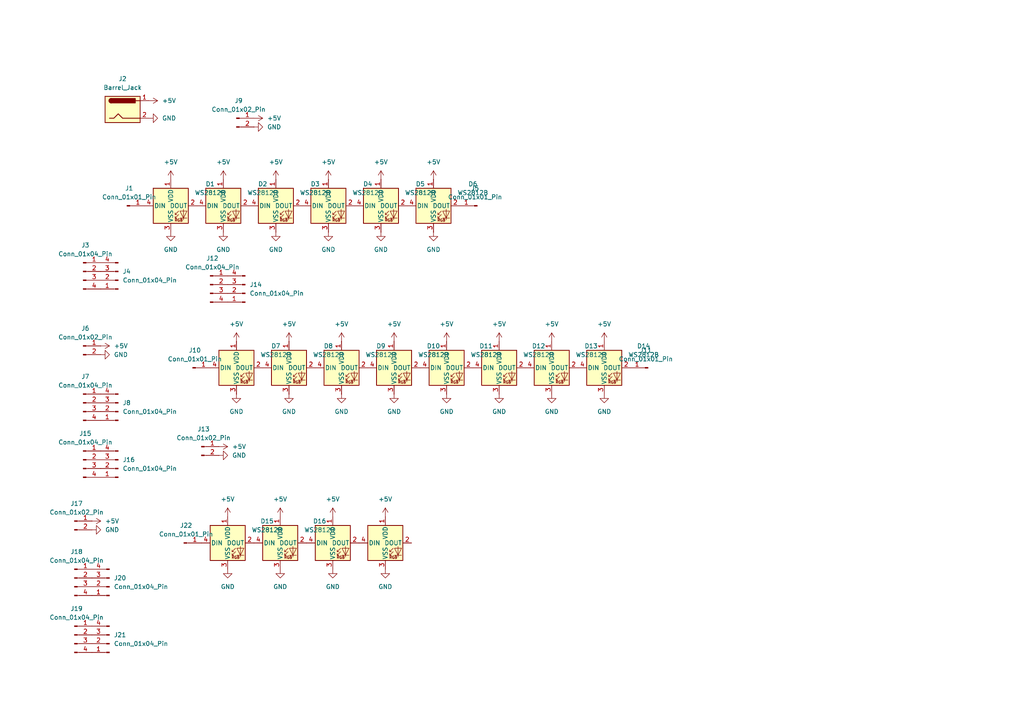
<source format=kicad_sch>
(kicad_sch (version 20231120) (generator "eeschema") (generator_version "8.0")
  (paper "A4")
  (lib_symbols
    (symbol "Connector:Barrel_Jack" (pin_names (offset 1.016))
      (property "Reference" "J" (at 0 5.334 0))
      (property "Value" "Barrel_Jack" (at 0 -5.08 0))
      (symbol "Barrel_Jack_0_1"
        (rectangle (start -5.08 3.81) (end 5.08 -3.81) (stroke (width 0.254)) (fill (type background)))
        (arc (start -3.302 3.175) (mid -3.9343 2.54) (end -3.302 1.905) (stroke (width 0.254)))
        (arc (start -3.302 3.175) (mid -3.9343 2.54) (end -3.302 1.905) (stroke (width 0.254)) (fill (type outline)))
        (polyline (pts (xy 5.08 2.54) (xy 3.81 2.54)) (stroke (width 0.254)))
        (polyline (pts (xy -3.81 -2.54) (xy -2.54 -2.54) (xy -1.27 -1.27) (xy 0 -2.54) (xy 2.54 -2.54) (xy 5.08 -2.54)) (stroke (width 0.254)))
        (rectangle (start 3.683 3.175) (end -3.302 1.905) (stroke (width 0.254)) (fill (type outline)))
      )
      (symbol "Barrel_Jack_1_1"
        (pin passive line (at 7.62 2.54 180) (length 2.54) (name "~") (number "1"))
        (pin passive line (at 7.62 -2.54 180) (length 2.54) (name "~") (number "2"))
      )
    )
    (symbol "Connector:Conn_01x01_Pin" (pin_names (offset 1.016) hide)
      (property "Reference" "J" (at 0 2.54 0))
      (property "Value" "Conn_01x01_Pin" (at 0 -2.54 0))
      (symbol "Conn_01x01_Pin_1_1"
        (polyline (pts (xy 1.27 0) (xy 0.8636 0)) (stroke (width 0.1524)))
        (rectangle (start 0.8636 0.127) (end 0 -0.127) (stroke (width 0.1524)) (fill (type outline)))
        (pin passive line (at 5.08 0 180) (length 3.81) (name "Pin_1") (number "1"))
      )
    )
    (symbol "Connector:Conn_01x02_Pin" (pin_names (offset 1.016) hide)
      (property "Reference" "J" (at 0 2.54 0))
      (property "Value" "Conn_01x02_Pin" (at 0 -5.08 0))
      (symbol "Conn_01x02_Pin_1_1"
        (polyline (pts (xy 1.27 -2.54) (xy 0.8636 -2.54)) (stroke (width 0.1524)))
        (polyline (pts (xy 1.27 0) (xy 0.8636 0)) (stroke (width 0.1524)))
        (rectangle (start 0.8636 -2.413) (end 0 -2.667) (stroke (width 0.1524)) (fill (type outline)))
        (rectangle (start 0.8636 0.127) (end 0 -0.127) (stroke (width 0.1524)) (fill (type outline)))
        (pin passive line (at 5.08 0 180) (length 3.81) (name "Pin_1") (number "1"))
        (pin passive line (at 5.08 -2.54 180) (length 3.81) (name "Pin_2") (number "2"))
      )
    )
    (symbol "Connector:Conn_01x04_Pin" (pin_names (offset 1.016) hide)
      (property "Reference" "J" (at 0 5.08 0))
      (property "Value" "Conn_01x04_Pin" (at 0 -7.62 0))
      (symbol "Conn_01x04_Pin_1_1"
        (polyline (pts (xy 1.27 -5.08) (xy 0.8636 -5.08)) (stroke (width 0.1524)))
        (polyline (pts (xy 1.27 -2.54) (xy 0.8636 -2.54)) (stroke (width 0.1524)))
        (polyline (pts (xy 1.27 0) (xy 0.8636 0)) (stroke (width 0.1524)))
        (polyline (pts (xy 1.27 2.54) (xy 0.8636 2.54)) (stroke (width 0.1524)))
        (rectangle (start 0.8636 -4.953) (end 0 -5.207) (stroke (width 0.1524)) (fill (type outline)))
        (rectangle (start 0.8636 -2.413) (end 0 -2.667) (stroke (width 0.1524)) (fill (type outline)))
        (rectangle (start 0.8636 0.127) (end 0 -0.127) (stroke (width 0.1524)) (fill (type outline)))
        (rectangle (start 0.8636 2.667) (end 0 2.413) (stroke (width 0.1524)) (fill (type outline)))
        (pin passive line (at 5.08 2.54 180) (length 3.81) (name "Pin_1") (number "1"))
        (pin passive line (at 5.08 0 180) (length 3.81) (name "Pin_2") (number "2"))
        (pin passive line (at 5.08 -2.54 180) (length 3.81) (name "Pin_3") (number "3"))
        (pin passive line (at 5.08 -5.08 180) (length 3.81) (name "Pin_4") (number "4"))
      )
    )
    (symbol "LED:WS2812B" (pin_names (offset 0.254))
      (property "Reference" "D" (at 5.08 5.715 0))
      (property "Value" "WS2812B" (at 1.27 -5.715 0))
      (symbol "WS2812B_0_0"
        (text "RGB" (at 2.286 -4.191 0) (effects (font (size 0.762 0.762))))
      )
      (symbol "WS2812B_0_1"
        (polyline (pts (xy 1.27 -3.556) (xy 1.778 -3.556)))
        (polyline (pts (xy 1.27 -2.54) (xy 1.778 -2.54)))
        (polyline (pts (xy 4.699 -3.556) (xy 2.667 -3.556)))
        (polyline (pts (xy 2.286 -2.54) (xy 1.27 -3.556) (xy 1.27 -3.048)))
        (polyline (pts (xy 2.286 -1.524) (xy 1.27 -2.54) (xy 1.27 -2.032)))
        (polyline (pts (xy 3.683 -1.016) (xy 3.683 -3.556) (xy 3.683 -4.064)))
        (polyline (pts (xy 4.699 -1.524) (xy 2.667 -1.524) (xy 3.683 -3.556) (xy 4.699 -1.524)))
        (rectangle (start 5.08 5.08) (end -5.08 -5.08) (stroke (width 0.254)) (fill (type background)))
      )
      (symbol "WS2812B_1_1"
        (pin power_in line (at 0 7.62 270) (length 2.54) (name "VDD") (number "1"))
        (pin output line (at 7.62 0 180) (length 2.54) (name "DOUT") (number "2"))
        (pin power_in line (at 0 -7.62 90) (length 2.54) (name "VSS") (number "3"))
        (pin input line (at -7.62 0 0) (length 2.54) (name "DIN") (number "4"))
      )
    )
    (symbol "power:+5V" (power) (pin_numbers hide) (pin_names (offset 0) hide)
      (property "Value" "+5V" (at 0 3.556 0))
      (symbol "+5V_0_1"
        (polyline (pts (xy -0.762 1.27) (xy 0 2.54)))
        (polyline (pts (xy 0 0) (xy 0 2.54)))
        (polyline (pts (xy 0 2.54) (xy 0.762 1.27)))
      )
      (symbol "+5V_1_1"
        (pin power_in line (at 0 0 90) (length 0) (name "~") (number "1"))
      )
    )
    (symbol "power:GND" (power) (pin_numbers hide) (pin_names (offset 0) hide)
      (property "Value" "GND" (at 0 -3.81 0))
      (symbol "GND_0_1"
        (polyline (pts (xy 0 0) (xy 0 -1.27) (xy 1.27 -1.27) (xy 0 -2.54) (xy -1.27 -1.27) (xy 0 -1.27)))
      )
      (symbol "GND_1_1"
        (pin power_in line (at 0 0 270) (length 0) (name "~") (number "1"))
      )
    )
  )
  (symbol (lib_id "power:GND") (at 29.21 102.87 90) (unit 1)
    (property "Reference" "#PWR028" (effects (hide yes)))
    (property "Value" "GND" (at 33.02 102.8699 90) (effects (justify right)))
    (property "Description" "Power symbol creates a global label with name \"GND\" , ground" (effects (hide yes)))
  )
  (symbol (lib_id "power:GND") (at 43.18 34.29 90) (unit 1)
    (property "Reference" "#PWR02" (effects (hide yes)))
    (property "Value" "GND" (at 46.99 34.2899 90) (effects (justify right)))
    (property "Description" "Power symbol creates a global label with name \"GND\" , ground" (effects (hide yes)))
  )
  (symbol (lib_id "power:GND") (at 110.49 67.31 0) (unit 1)
    (property "Reference" "#PWR012" (effects (hide yes)))
    (property "Value" "GND" (at 110.49 72.39 0))
    (property "Description" "Power symbol creates a global label with name \"GND\" , ground" (effects (hide yes)))
  )
  (symbol (lib_id "power:GND") (at 49.53 67.31 0) (unit 1)
    (property "Reference" "#PWR03" (effects (hide yes)))
    (property "Value" "GND" (at 49.53 72.39 0))
    (property "Description" "Power symbol creates a global label with name \"GND\" , ground" (effects (hide yes)))
  )
  (symbol (lib_id "power:+5V") (at 49.53 52.07 0) (unit 1)
    (property "Reference" "#PWR04" (effects (hide yes)))
    (property "Value" "+5V" (at 49.53 46.99 0))
    (property "Description" "Power symbol creates a global label with name \"+5V\"" (effects (hide yes)))
  )
  (symbol (lib_id "LED:WS2812B") (at 129.54 106.68 0) (unit 1)
    (property "Reference" "D11" (at 140.97 100.3614 0))
    (property "Value" "WS2812B" (at 140.97 102.9014 0))
    (property "Footprint" "LED_SMD:LED_WS2812B_PLCC4_5.0x5.0mm_P3.2mm" (effects (hide yes)))
    (property "Datasheet" "https://cdn-shop.adafruit.com/datasheets/WS2812B.pdf" (effects (hide yes)))
    (property "Description" "RGB LED with integrated controller" (effects (hide yes)))
  )
  (symbol (lib_id "LED:WS2812B") (at 68.58 106.68 0) (unit 1)
    (property "Reference" "D7" (at 80.01 100.3614 0))
    (property "Value" "WS2812B" (at 80.01 102.9014 0))
    (property "Footprint" "LED_SMD:LED_WS2812B_PLCC4_5.0x5.0mm_P3.2mm" (effects (hide yes)))
    (property "Datasheet" "https://cdn-shop.adafruit.com/datasheets/WS2812B.pdf" (effects (hide yes)))
    (property "Description" "RGB LED with integrated controller" (effects (hide yes)))
  )
  (symbol (lib_id "power:+5V") (at 95.25 52.07 0) (unit 1)
    (property "Reference" "#PWR09" (effects (hide yes)))
    (property "Value" "+5V" (at 95.25 46.99 0))
    (property "Description" "Power symbol creates a global label with name \"+5V\"" (effects (hide yes)))
  )
  (symbol (lib_id "power:GND") (at 160.02 114.3 0) (unit 1)
    (property "Reference" "#PWR034" (effects (hide yes)))
    (property "Value" "GND" (at 160.02 119.38 0))
    (property "Description" "Power symbol creates a global label with name \"GND\" , ground" (effects (hide yes)))
  )
  (symbol (lib_id "power:GND") (at 80.01 67.31 0) (unit 1)
    (property "Reference" "#PWR08" (effects (hide yes)))
    (property "Value" "GND" (at 80.01 72.39 0))
    (property "Description" "Power symbol creates a global label with name \"GND\" , ground" (effects (hide yes)))
  )
  (symbol (lib_id "power:+5V") (at 114.3 99.06 0) (unit 1)
    (property "Reference" "#PWR021" (effects (hide yes)))
    (property "Value" "+5V" (at 114.3 93.98 0))
    (property "Description" "Power symbol creates a global label with name \"+5V\"" (effects (hide yes)))
  )
  (symbol (lib_id "power:+5V") (at 64.77 52.07 0) (unit 1)
    (property "Reference" "#PWR05" (effects (hide yes)))
    (property "Value" "+5V" (at 64.77 46.99 0))
    (property "Description" "Power symbol creates a global label with name \"+5V\"" (effects (hide yes)))
  )
  (symbol (lib_id "power:+5V") (at 66.04 149.86 0) (unit 1)
    (property "Reference" "#PWR041" (effects (hide yes)))
    (property "Value" "+5V" (at 66.04 144.78 0))
    (property "Description" "Power symbol creates a global label with name \"+5V\"" (effects (hide yes)))
  )
  (symbol (lib_id "Connector:Conn_01x04_Pin") (at 24.13 116.84 0) (unit 1)
    (property "Reference" "J7" (at 24.765 109.22 0))
    (property "Value" "Conn_01x04_Pin" (at 24.765 111.76 0))
    (property "Footprint" "Connector_Wire:SolderWire-1.5sqmm_1x04_P6mm_D1.7mm_OD3mm" (effects (hide yes)))
    (property "Description" "Generic connector, single row, 01x04, script generated" (effects (hide yes)))
  )
  (symbol (lib_id "power:GND") (at 64.77 67.31 0) (unit 1)
    (property "Reference" "#PWR06" (effects (hide yes)))
    (property "Value" "GND" (at 64.77 72.39 0))
    (property "Description" "Power symbol creates a global label with name \"GND\" , ground" (effects (hide yes)))
  )
  (symbol (lib_id "power:GND") (at 81.28 165.1 0) (unit 1)
    (property "Reference" "#PWR044" (effects (hide yes)))
    (property "Value" "GND" (at 81.28 170.18 0))
    (property "Description" "Power symbol creates a global label with name \"GND\" , ground" (effects (hide yes)))
  )
  (symbol (lib_id "Connector:Conn_01x04_Pin") (at 24.13 78.74 0) (unit 1)
    (property "Reference" "J3" (at 24.765 71.12 0))
    (property "Value" "Conn_01x04_Pin" (at 24.765 73.66 0))
    (property "Footprint" "Connector_Wire:SolderWire-1.5sqmm_1x04_P6mm_D1.7mm_OD3mm" (effects (hide yes)))
    (property "Description" "Generic connector, single row, 01x04, script generated" (effects (hide yes)))
  )
  (symbol (lib_id "power:GND") (at 111.76 165.1 0) (unit 1)
    (property "Reference" "#PWR040" (effects (hide yes)))
    (property "Value" "GND" (at 111.76 170.18 0))
    (property "Description" "Power symbol creates a global label with name \"GND\" , ground" (effects (hide yes)))
  )
  (symbol (lib_id "power:+5V") (at 110.49 52.07 0) (unit 1)
    (property "Reference" "#PWR011" (effects (hide yes)))
    (property "Value" "+5V" (at 110.49 46.99 0))
    (property "Description" "Power symbol creates a global label with name \"+5V\"" (effects (hide yes)))
  )
  (symbol (lib_id "LED:WS2812B") (at 110.49 59.69 0) (unit 1)
    (property "Reference" "D5" (at 121.92 53.3714 0))
    (property "Value" "WS2812B" (at 121.92 55.9114 0))
    (property "Footprint" "LED_SMD:LED_WS2812B_PLCC4_5.0x5.0mm_P3.2mm" (effects (hide yes)))
    (property "Datasheet" "https://cdn-shop.adafruit.com/datasheets/WS2812B.pdf" (effects (hide yes)))
    (property "Description" "RGB LED with integrated controller" (effects (hide yes)))
  )
  (symbol (lib_id "Connector:Conn_01x01_Pin") (at 53.34 157.48 0) (unit 1)
    (property "Reference" "J22" (at 53.975 152.4 0))
    (property "Value" "Conn_01x01_Pin" (at 53.975 154.94 0))
    (property "Footprint" "Connector_Wire:SolderWire-1.5sqmm_1x01_D1.7mm_OD3.9mm" (effects (hide yes)))
    (property "Description" "Generic connector, single row, 01x01, script generated" (effects (hide yes)))
  )
  (symbol (lib_id "power:GND") (at 96.52 165.1 0) (unit 1)
    (property "Reference" "#PWR046" (effects (hide yes)))
    (property "Value" "GND" (at 96.52 170.18 0))
    (property "Description" "Power symbol creates a global label with name \"GND\" , ground" (effects (hide yes)))
  )
  (symbol (lib_id "power:+5V") (at 43.18 29.21 270) (unit 1)
    (property "Reference" "#PWR01" (effects (hide yes)))
    (property "Value" "+5V" (at 46.99 29.2099 90) (effects (justify left)))
    (property "Description" "Power symbol creates a global label with name \"+5V\"" (effects (hide yes)))
  )
  (symbol (lib_id "Connector:Conn_01x01_Pin") (at 138.43 59.69 180) (unit 1)
    (property "Reference" "J5" (at 137.795 54.61 0))
    (property "Value" "Conn_01x01_Pin" (at 137.795 57.15 0))
    (property "Footprint" "Connector_Wire:SolderWire-1.5sqmm_1x01_D1.7mm_OD3.9mm" (effects (hide yes)))
    (property "Description" "Generic connector, single row, 01x01, script generated" (effects (hide yes)))
  )
  (symbol (lib_id "power:+5V") (at 99.06 99.06 0) (unit 1)
    (property "Reference" "#PWR019" (effects (hide yes)))
    (property "Value" "+5V" (at 99.06 93.98 0))
    (property "Description" "Power symbol creates a global label with name \"+5V\"" (effects (hide yes)))
  )
  (symbol (lib_id "power:+5V") (at 83.82 99.06 0) (unit 1)
    (property "Reference" "#PWR017" (effects (hide yes)))
    (property "Value" "+5V" (at 83.82 93.98 0))
    (property "Description" "Power symbol creates a global label with name \"+5V\"" (effects (hide yes)))
  )
  (symbol (lib_id "Connector:Conn_01x04_Pin") (at 60.96 82.55 0) (unit 1)
    (property "Reference" "J12" (at 61.595 74.93 0))
    (property "Value" "Conn_01x04_Pin" (at 61.595 77.47 0))
    (property "Footprint" "Connector_Wire:SolderWire-1.5sqmm_1x04_P6mm_D1.7mm_OD3mm" (effects (hide yes)))
    (property "Description" "Generic connector, single row, 01x04, script generated" (effects (hide yes)))
  )
  (symbol (lib_id "LED:WS2812B") (at 66.04 157.48 0) (unit 1)
    (property "Reference" "D15" (at 77.47 151.1614 0))
    (property "Value" "WS2812B" (at 77.47 153.7014 0))
    (property "Footprint" "LED_SMD:LED_WS2812B_PLCC4_5.0x5.0mm_P3.2mm" (effects (hide yes)))
    (property "Datasheet" "https://cdn-shop.adafruit.com/datasheets/WS2812B.pdf" (effects (hide yes)))
    (property "Description" "RGB LED with integrated controller" (effects (hide yes)))
  )
  (symbol (lib_id "power:GND") (at 66.04 165.1 0) (unit 1)
    (property "Reference" "#PWR042" (effects (hide yes)))
    (property "Value" "GND" (at 66.04 170.18 0))
    (property "Description" "Power symbol creates a global label with name \"GND\" , ground" (effects (hide yes)))
  )
  (symbol (lib_id "LED:WS2812B") (at 144.78 106.68 0) (unit 1)
    (property "Reference" "D12" (at 156.21 100.3614 0))
    (property "Value" "WS2812B" (at 156.21 102.9014 0))
    (property "Footprint" "LED_SMD:LED_WS2812B_PLCC4_5.0x5.0mm_P3.2mm" (effects (hide yes)))
    (property "Datasheet" "https://cdn-shop.adafruit.com/datasheets/WS2812B.pdf" (effects (hide yes)))
    (property "Description" "RGB LED with integrated controller" (effects (hide yes)))
  )
  (symbol (lib_id "LED:WS2812B") (at 114.3 106.68 0) (unit 1)
    (property "Reference" "D10" (at 125.73 100.3614 0))
    (property "Value" "WS2812B" (at 125.73 102.9014 0))
    (property "Footprint" "LED_SMD:LED_WS2812B_PLCC4_5.0x5.0mm_P3.2mm" (effects (hide yes)))
    (property "Datasheet" "https://cdn-shop.adafruit.com/datasheets/WS2812B.pdf" (effects (hide yes)))
    (property "Description" "RGB LED with integrated controller" (effects (hide yes)))
  )
  (symbol (lib_id "power:GND") (at 95.25 67.31 0) (unit 1)
    (property "Reference" "#PWR010" (effects (hide yes)))
    (property "Value" "GND" (at 95.25 72.39 0))
    (property "Description" "Power symbol creates a global label with name \"GND\" , ground" (effects (hide yes)))
  )
  (symbol (lib_id "power:GND") (at 68.58 114.3 0) (unit 1)
    (property "Reference" "#PWR016" (effects (hide yes)))
    (property "Value" "GND" (at 68.58 119.38 0))
    (property "Description" "Power symbol creates a global label with name \"GND\" , ground" (effects (hide yes)))
  )
  (symbol (lib_id "power:GND") (at 26.67 153.67 90) (unit 1)
    (property "Reference" "#PWR038" (effects (hide yes)))
    (property "Value" "GND" (at 30.48 153.6699 90) (effects (justify right)))
    (property "Description" "Power symbol creates a global label with name \"GND\" , ground" (effects (hide yes)))
  )
  (symbol (lib_id "LED:WS2812B") (at 175.26 106.68 0) (unit 1)
    (property "Reference" "D14" (at 186.69 100.3614 0))
    (property "Value" "WS2812B" (at 186.69 102.9014 0))
    (property "Footprint" "LED_SMD:LED_WS2812B_PLCC4_5.0x5.0mm_P3.2mm" (effects (hide yes)))
    (property "Datasheet" "https://cdn-shop.adafruit.com/datasheets/WS2812B.pdf" (effects (hide yes)))
    (property "Description" "RGB LED with integrated controller" (effects (hide yes)))
  )
  (symbol (lib_id "LED:WS2812B") (at 49.53 59.69 0) (unit 1)
    (property "Reference" "D1" (at 60.96 53.3714 0))
    (property "Value" "WS2812B" (at 60.96 55.9114 0))
    (property "Footprint" "LED_SMD:LED_WS2812B_PLCC4_5.0x5.0mm_P3.2mm" (effects (hide yes)))
    (property "Datasheet" "https://cdn-shop.adafruit.com/datasheets/WS2812B.pdf" (effects (hide yes)))
    (property "Description" "RGB LED with integrated controller" (effects (hide yes)))
  )
  (symbol (lib_id "LED:WS2812B") (at 160.02 106.68 0) (unit 1)
    (property "Reference" "D13" (at 171.45 100.3614 0))
    (property "Value" "WS2812B" (at 171.45 102.9014 0))
    (property "Footprint" "LED_SMD:LED_WS2812B_PLCC4_5.0x5.0mm_P3.2mm" (effects (hide yes)))
    (property "Datasheet" "https://cdn-shop.adafruit.com/datasheets/WS2812B.pdf" (effects (hide yes)))
    (property "Description" "RGB LED with integrated controller" (effects (hide yes)))
  )
  (symbol (lib_id "power:+5V") (at 80.01 52.07 0) (unit 1)
    (property "Reference" "#PWR07" (effects (hide yes)))
    (property "Value" "+5V" (at 80.01 46.99 0))
    (property "Description" "Power symbol creates a global label with name \"+5V\"" (effects (hide yes)))
  )
  (symbol (lib_id "Connector:Conn_01x04_Pin") (at 31.75 186.69 180) (unit 1)
    (property "Reference" "J21" (at 33.02 184.1499 0) (effects (justify right)))
    (property "Value" "Conn_01x04_Pin" (at 33.02 186.6899 0) (effects (justify right)))
    (property "Footprint" "Connector_Wire:SolderWire-1.5sqmm_1x04_P6mm_D1.7mm_OD3mm" (effects (hide yes)))
    (property "Description" "Generic connector, single row, 01x04, script generated" (effects (hide yes)))
  )
  (symbol (lib_id "power:GND") (at 114.3 114.3 0) (unit 1)
    (property "Reference" "#PWR022" (effects (hide yes)))
    (property "Value" "GND" (at 114.3 119.38 0))
    (property "Description" "Power symbol creates a global label with name \"GND\" , ground" (effects (hide yes)))
  )
  (symbol (lib_id "power:+5V") (at 96.52 149.86 0) (unit 1)
    (property "Reference" "#PWR045" (effects (hide yes)))
    (property "Value" "+5V" (at 96.52 144.78 0))
    (property "Description" "Power symbol creates a global label with name \"+5V\"" (effects (hide yes)))
  )
  (symbol (lib_id "LED:WS2812B") (at 125.73 59.69 0) (unit 1)
    (property "Reference" "D6" (at 137.16 53.3714 0))
    (property "Value" "WS2812B" (at 137.16 55.9114 0))
    (property "Footprint" "LED_SMD:LED_WS2812B_PLCC4_5.0x5.0mm_P3.2mm" (effects (hide yes)))
    (property "Datasheet" "https://cdn-shop.adafruit.com/datasheets/WS2812B.pdf" (effects (hide yes)))
    (property "Description" "RGB LED with integrated controller" (effects (hide yes)))
  )
  (symbol (lib_id "power:+5V") (at 129.54 99.06 0) (unit 1)
    (property "Reference" "#PWR023" (effects (hide yes)))
    (property "Value" "+5V" (at 129.54 93.98 0))
    (property "Description" "Power symbol creates a global label with name \"+5V\"" (effects (hide yes)))
  )
  (symbol (lib_id "Connector:Conn_01x04_Pin") (at 34.29 81.28 180) (unit 1)
    (property "Reference" "J4" (at 35.56 78.7399 0) (effects (justify right)))
    (property "Value" "Conn_01x04_Pin" (at 35.56 81.2799 0) (effects (justify right)))
    (property "Footprint" "Connector_Wire:SolderWire-1.5sqmm_1x04_P6mm_D1.7mm_OD3mm" (effects (hide yes)))
    (property "Description" "Generic connector, single row, 01x04, script generated" (effects (hide yes)))
  )
  (symbol (lib_id "power:GND") (at 83.82 114.3 0) (unit 1)
    (property "Reference" "#PWR018" (effects (hide yes)))
    (property "Value" "GND" (at 83.82 119.38 0))
    (property "Description" "Power symbol creates a global label with name \"GND\" , ground" (effects (hide yes)))
  )
  (symbol (lib_id "power:+5V") (at 111.76 149.86 0) (unit 1)
    (property "Reference" "#PWR039" (effects (hide yes)))
    (property "Value" "+5V" (at 111.76 144.78 0))
    (property "Description" "Power symbol creates a global label with name \"+5V\"" (effects (hide yes)))
  )
  (symbol (lib_id "power:+5V") (at 29.21 100.33 270) (unit 1)
    (property "Reference" "#PWR027" (effects (hide yes)))
    (property "Value" "+5V" (at 33.02 100.3299 90) (effects (justify left)))
    (property "Description" "Power symbol creates a global label with name \"+5V\"" (effects (hide yes)))
  )
  (symbol (lib_id "Connector:Conn_01x04_Pin") (at 24.13 133.35 0) (unit 1)
    (property "Reference" "J15" (at 24.765 125.73 0))
    (property "Value" "Conn_01x04_Pin" (at 24.765 128.27 0))
    (property "Footprint" "Connector_Wire:SolderWire-1.5sqmm_1x04_P6mm_D1.7mm_OD3mm" (effects (hide yes)))
    (property "Description" "Generic connector, single row, 01x04, script generated" (effects (hide yes)))
  )
  (symbol (lib_id "Connector:Conn_01x01_Pin") (at 187.96 106.68 180) (unit 1)
    (property "Reference" "J11" (at 187.325 101.6 0))
    (property "Value" "Conn_01x01_Pin" (at 187.325 104.14 0))
    (property "Footprint" "Connector_Wire:SolderWire-1.5sqmm_1x01_D1.7mm_OD3.9mm" (effects (hide yes)))
    (property "Description" "Generic connector, single row, 01x01, script generated" (effects (hide yes)))
  )
  (symbol (lib_id "power:+5V") (at 63.5 129.54 270) (unit 1)
    (property "Reference" "#PWR031" (effects (hide yes)))
    (property "Value" "+5V" (at 67.31 129.5399 90) (effects (justify left)))
    (property "Description" "Power symbol creates a global label with name \"+5V\"" (effects (hide yes)))
  )
  (symbol (lib_id "Connector:Conn_01x04_Pin") (at 31.75 170.18 180) (unit 1)
    (property "Reference" "J20" (at 33.02 167.6399 0) (effects (justify right)))
    (property "Value" "Conn_01x04_Pin" (at 33.02 170.1799 0) (effects (justify right)))
    (property "Footprint" "Connector_Wire:SolderWire-1.5sqmm_1x04_P6mm_D1.7mm_OD3mm" (effects (hide yes)))
    (property "Description" "Generic connector, single row, 01x04, script generated" (effects (hide yes)))
  )
  (symbol (lib_id "power:+5V") (at 73.66 34.29 270) (unit 1)
    (property "Reference" "#PWR029" (effects (hide yes)))
    (property "Value" "+5V" (at 77.47 34.2899 90) (effects (justify left)))
    (property "Description" "Power symbol creates a global label with name \"+5V\"" (effects (hide yes)))
  )
  (symbol (lib_id "LED:WS2812B") (at 83.82 106.68 0) (unit 1)
    (property "Reference" "D8" (at 95.25 100.3614 0))
    (property "Value" "WS2812B" (at 95.25 102.9014 0))
    (property "Footprint" "LED_SMD:LED_WS2812B_PLCC4_5.0x5.0mm_P3.2mm" (effects (hide yes)))
    (property "Datasheet" "https://cdn-shop.adafruit.com/datasheets/WS2812B.pdf" (effects (hide yes)))
    (property "Description" "RGB LED with integrated controller" (effects (hide yes)))
  )
  (symbol (lib_id "power:GND") (at 125.73 67.31 0) (unit 1)
    (property "Reference" "#PWR014" (effects (hide yes)))
    (property "Value" "GND" (at 125.73 72.39 0))
    (property "Description" "Power symbol creates a global label with name \"GND\" , ground" (effects (hide yes)))
  )
  (symbol (lib_id "Connector:Conn_01x04_Pin") (at 34.29 119.38 180) (unit 1)
    (property "Reference" "J8" (at 35.56 116.8399 0) (effects (justify right)))
    (property "Value" "Conn_01x04_Pin" (at 35.56 119.3799 0) (effects (justify right)))
    (property "Footprint" "Connector_Wire:SolderWire-1.5sqmm_1x04_P6mm_D1.7mm_OD3mm" (effects (hide yes)))
    (property "Description" "Generic connector, single row, 01x04, script generated" (effects (hide yes)))
  )
  (symbol (lib_id "power:GND") (at 144.78 114.3 0) (unit 1)
    (property "Reference" "#PWR026" (effects (hide yes)))
    (property "Value" "GND" (at 144.78 119.38 0))
    (property "Description" "Power symbol creates a global label with name \"GND\" , ground" (effects (hide yes)))
  )
  (symbol (lib_id "power:+5V") (at 26.67 151.13 270) (unit 1)
    (property "Reference" "#PWR037" (effects (hide yes)))
    (property "Value" "+5V" (at 30.48 151.1299 90) (effects (justify left)))
    (property "Description" "Power symbol creates a global label with name \"+5V\"" (effects (hide yes)))
  )
  (symbol (lib_id "LED:WS2812B") (at 99.06 106.68 0) (unit 1)
    (property "Reference" "D9" (at 110.49 100.3614 0))
    (property "Value" "WS2812B" (at 110.49 102.9014 0))
    (property "Footprint" "LED_SMD:LED_WS2812B_PLCC4_5.0x5.0mm_P3.2mm" (effects (hide yes)))
    (property "Datasheet" "https://cdn-shop.adafruit.com/datasheets/WS2812B.pdf" (effects (hide yes)))
    (property "Description" "RGB LED with integrated controller" (effects (hide yes)))
  )
  (symbol (lib_id "power:+5V") (at 68.58 99.06 0) (unit 1)
    (property "Reference" "#PWR015" (effects (hide yes)))
    (property "Value" "+5V" (at 68.58 93.98 0))
    (property "Description" "Power symbol creates a global label with name \"+5V\"" (effects (hide yes)))
  )
  (symbol (lib_id "Connector:Conn_01x01_Pin") (at 55.88 106.68 0) (unit 1)
    (property "Reference" "J10" (at 56.515 101.6 0))
    (property "Value" "Conn_01x01_Pin" (at 56.515 104.14 0))
    (property "Footprint" "Connector_Wire:SolderWire-1.5sqmm_1x01_D1.7mm_OD3.9mm" (effects (hide yes)))
    (property "Description" "Generic connector, single row, 01x01, script generated" (effects (hide yes)))
  )
  (symbol (lib_id "Connector:Conn_01x02_Pin") (at 21.59 151.13 0) (unit 1)
    (property "Reference" "J17" (at 22.225 146.05 0))
    (property "Value" "Conn_01x02_Pin" (at 22.225 148.59 0))
    (property "Footprint" "Connector_Wire:SolderWire-1.5sqmm_1x02_P7.8mm_D1.7mm_OD3.9mm" (effects (hide yes)))
    (property "Description" "Generic connector, single row, 01x02, script generated" (effects (hide yes)))
  )
  (symbol (lib_id "LED:WS2812B") (at 95.25 59.69 0) (unit 1)
    (property "Reference" "D4" (at 106.68 53.3714 0))
    (property "Value" "WS2812B" (at 106.68 55.9114 0))
    (property "Footprint" "LED_SMD:LED_WS2812B_PLCC4_5.0x5.0mm_P3.2mm" (effects (hide yes)))
    (property "Datasheet" "https://cdn-shop.adafruit.com/datasheets/WS2812B.pdf" (effects (hide yes)))
    (property "Description" "RGB LED with integrated controller" (effects (hide yes)))
  )
  (symbol (lib_id "Connector:Conn_01x04_Pin") (at 21.59 184.15 0) (unit 1)
    (property "Reference" "J19" (at 22.225 176.53 0))
    (property "Value" "Conn_01x04_Pin" (at 22.225 179.07 0))
    (property "Footprint" "Connector_Wire:SolderWire-1.5sqmm_1x04_P6mm_D1.7mm_OD3mm" (effects (hide yes)))
    (property "Description" "Generic connector, single row, 01x04, script generated" (effects (hide yes)))
  )
  (symbol (lib_id "power:+5V") (at 175.26 99.06 0) (unit 1)
    (property "Reference" "#PWR035" (effects (hide yes)))
    (property "Value" "+5V" (at 175.26 93.98 0))
    (property "Description" "Power symbol creates a global label with name \"+5V\"" (effects (hide yes)))
  )
  (symbol (lib_id "power:+5V") (at 144.78 99.06 0) (unit 1)
    (property "Reference" "#PWR025" (effects (hide yes)))
    (property "Value" "+5V" (at 144.78 93.98 0))
    (property "Description" "Power symbol creates a global label with name \"+5V\"" (effects (hide yes)))
  )
  (symbol (lib_id "LED:WS2812B") (at 64.77 59.69 0) (unit 1)
    (property "Reference" "D2" (at 76.2 53.3714 0))
    (property "Value" "WS2812B" (at 76.2 55.9114 0))
    (property "Footprint" "LED_SMD:LED_WS2812B_PLCC4_5.0x5.0mm_P3.2mm" (effects (hide yes)))
    (property "Datasheet" "https://cdn-shop.adafruit.com/datasheets/WS2812B.pdf" (effects (hide yes)))
    (property "Description" "RGB LED with integrated controller" (effects (hide yes)))
  )
  (symbol (lib_id "LED:WS2812B") (at 80.01 59.69 0) (unit 1)
    (property "Reference" "D3" (at 91.44 53.3714 0))
    (property "Value" "WS2812B" (at 91.44 55.9114 0))
    (property "Footprint" "LED_SMD:LED_WS2812B_PLCC4_5.0x5.0mm_P3.2mm" (effects (hide yes)))
    (property "Datasheet" "https://cdn-shop.adafruit.com/datasheets/WS2812B.pdf" (effects (hide yes)))
    (property "Description" "RGB LED with integrated controller" (effects (hide yes)))
  )
  (symbol (lib_id "power:GND") (at 129.54 114.3 0) (unit 1)
    (property "Reference" "#PWR024" (effects (hide yes)))
    (property "Value" "GND" (at 129.54 119.38 0))
    (property "Description" "Power symbol creates a global label with name \"GND\" , ground" (effects (hide yes)))
  )
  (symbol (lib_id "LED:WS2812B") (at 96.52 157.48 0) (unit 1)
    (property "Reference" "D17" (effects (hide yes)))
    (property "Value" "WS2812B" (effects (hide yes)))
    (property "Footprint" "LED_SMD:LED_WS2812B_PLCC4_5.0x5.0mm_P3.2mm" (effects (hide yes)))
    (property "Datasheet" "https://cdn-shop.adafruit.com/datasheets/WS2812B.pdf" (effects (hide yes)))
    (property "Description" "RGB LED with integrated controller" (effects (hide yes)))
  )
  (symbol (lib_id "Connector:Conn_01x02_Pin") (at 58.42 129.54 0) (unit 1)
    (property "Reference" "J13" (at 59.055 124.46 0))
    (property "Value" "Conn_01x02_Pin" (at 59.055 127 0))
    (property "Footprint" "Connector_Wire:SolderWire-1.5sqmm_1x02_P7.8mm_D1.7mm_OD3.9mm" (effects (hide yes)))
    (property "Description" "Generic connector, single row, 01x02, script generated" (effects (hide yes)))
  )
  (symbol (lib_id "Connector:Barrel_Jack") (at 35.56 31.75 0) (unit 1)
    (property "Reference" "J2" (at 35.56 22.86 0))
    (property "Value" "Barrel_Jack" (at 35.56 25.4 0))
    (property "Footprint" "Connector_Wire:SolderWire-1.5sqmm_1x02_P7.8mm_D1.7mm_OD3.9mm" (effects (hide yes)))
    (property "Description" "DC Barrel Jack" (effects (hide yes)))
  )
  (symbol (lib_id "Connector:Conn_01x04_Pin") (at 34.29 135.89 180) (unit 1)
    (property "Reference" "J16" (at 35.56 133.3499 0) (effects (justify right)))
    (property "Value" "Conn_01x04_Pin" (at 35.56 135.8899 0) (effects (justify right)))
    (property "Footprint" "Connector_Wire:SolderWire-1.5sqmm_1x04_P6mm_D1.7mm_OD3mm" (effects (hide yes)))
    (property "Description" "Generic connector, single row, 01x04, script generated" (effects (hide yes)))
  )
  (symbol (lib_id "LED:WS2812B") (at 111.76 157.48 0) (unit 1)
    (property "Reference" "D18" (effects (hide yes)))
    (property "Value" "WS2812B" (effects (hide yes)))
    (property "Footprint" "LED_SMD:LED_WS2812B_PLCC4_5.0x5.0mm_P3.2mm" (effects (hide yes)))
    (property "Datasheet" "https://cdn-shop.adafruit.com/datasheets/WS2812B.pdf" (effects (hide yes)))
    (property "Description" "RGB LED with integrated controller" (effects (hide yes)))
  )
  (symbol (lib_id "Connector:Conn_01x02_Pin") (at 68.58 34.29 0) (unit 1)
    (property "Reference" "J9" (at 69.215 29.21 0))
    (property "Value" "Conn_01x02_Pin" (at 69.215 31.75 0))
    (property "Footprint" "Connector_Wire:SolderWire-1.5sqmm_1x02_P7.8mm_D1.7mm_OD3.9mm" (effects (hide yes)))
    (property "Description" "Generic connector, single row, 01x02, script generated" (effects (hide yes)))
  )
  (symbol (lib_id "power:GND") (at 73.66 36.83 90) (unit 1)
    (property "Reference" "#PWR030" (effects (hide yes)))
    (property "Value" "GND" (at 77.47 36.8299 90) (effects (justify right)))
    (property "Description" "Power symbol creates a global label with name \"GND\" , ground" (effects (hide yes)))
  )
  (symbol (lib_id "Connector:Conn_01x01_Pin") (at 36.83 59.69 0) (unit 1)
    (property "Reference" "J1" (at 37.465 54.61 0))
    (property "Value" "Conn_01x01_Pin" (at 37.465 57.15 0))
    (property "Footprint" "Connector_Wire:SolderWire-1.5sqmm_1x01_D1.7mm_OD3.9mm" (effects (hide yes)))
    (property "Description" "Generic connector, single row, 01x01, script generated" (effects (hide yes)))
  )
  (symbol (lib_id "power:+5V") (at 125.73 52.07 0) (unit 1)
    (property "Reference" "#PWR013" (effects (hide yes)))
    (property "Value" "+5V" (at 125.73 46.99 0))
    (property "Description" "Power symbol creates a global label with name \"+5V\"" (effects (hide yes)))
  )
  (symbol (lib_id "Connector:Conn_01x04_Pin") (at 21.59 167.64 0) (unit 1)
    (property "Reference" "J18" (at 22.225 160.02 0))
    (property "Value" "Conn_01x04_Pin" (at 22.225 162.56 0))
    (property "Footprint" "Connector_Wire:SolderWire-1.5sqmm_1x04_P6mm_D1.7mm_OD3mm" (effects (hide yes)))
    (property "Description" "Generic connector, single row, 01x04, script generated" (effects (hide yes)))
  )
  (symbol (lib_id "Connector:Conn_01x04_Pin") (at 71.12 85.09 180) (unit 1)
    (property "Reference" "J14" (at 72.39 82.5499 0) (effects (justify right)))
    (property "Value" "Conn_01x04_Pin" (at 72.39 85.0899 0) (effects (justify right)))
    (property "Footprint" "Connector_Wire:SolderWire-1.5sqmm_1x04_P6mm_D1.7mm_OD3mm" (effects (hide yes)))
    (property "Description" "Generic connector, single row, 01x04, script generated" (effects (hide yes)))
  )
  (symbol (lib_id "power:+5V") (at 81.28 149.86 0) (unit 1)
    (property "Reference" "#PWR043" (effects (hide yes)))
    (property "Value" "+5V" (at 81.28 144.78 0))
    (property "Description" "Power symbol creates a global label with name \"+5V\"" (effects (hide yes)))
  )
  (symbol (lib_id "power:+5V") (at 160.02 99.06 0) (unit 1)
    (property "Reference" "#PWR033" (effects (hide yes)))
    (property "Value" "+5V" (at 160.02 93.98 0))
    (property "Description" "Power symbol creates a global label with name \"+5V\"" (effects (hide yes)))
  )
  (symbol (lib_id "power:GND") (at 63.5 132.08 90) (unit 1)
    (property "Reference" "#PWR032" (effects (hide yes)))
    (property "Value" "GND" (at 67.31 132.0799 90) (effects (justify right)))
    (property "Description" "Power symbol creates a global label with name \"GND\" , ground" (effects (hide yes)))
  )
  (symbol (lib_id "power:GND") (at 175.26 114.3 0) (unit 1)
    (property "Reference" "#PWR036" (effects (hide yes)))
    (property "Value" "GND" (at 175.26 119.38 0))
    (property "Description" "Power symbol creates a global label with name \"GND\" , ground" (effects (hide yes)))
  )
  (symbol (lib_id "power:GND") (at 99.06 114.3 0) (unit 1)
    (property "Reference" "#PWR020" (effects (hide yes)))
    (property "Value" "GND" (at 99.06 119.38 0))
    (property "Description" "Power symbol creates a global label with name \"GND\" , ground" (effects (hide yes)))
  )
  (symbol (lib_id "LED:WS2812B") (at 81.28 157.48 0) (unit 1)
    (property "Reference" "D16" (at 92.71 151.1614 0))
    (property "Value" "WS2812B" (at 92.71 153.7014 0))
    (property "Footprint" "LED_SMD:LED_WS2812B_PLCC4_5.0x5.0mm_P3.2mm" (effects (hide yes)))
    (property "Datasheet" "https://cdn-shop.adafruit.com/datasheets/WS2812B.pdf" (effects (hide yes)))
    (property "Description" "RGB LED with integrated controller" (effects (hide yes)))
  )
  (symbol (lib_id "Connector:Conn_01x02_Pin") (at 24.13 100.33 0) (unit 1)
    (property "Reference" "J6" (at 24.765 95.25 0))
    (property "Value" "Conn_01x02_Pin" (at 24.765 97.79 0))
    (property "Footprint" "Connector_Wire:SolderWire-1.5sqmm_1x02_P7.8mm_D1.7mm_OD3.9mm" (effects (hide yes)))
    (property "Description" "Generic connector, single row, 01x02, script generated" (effects (hide yes)))
  )
)
</source>
